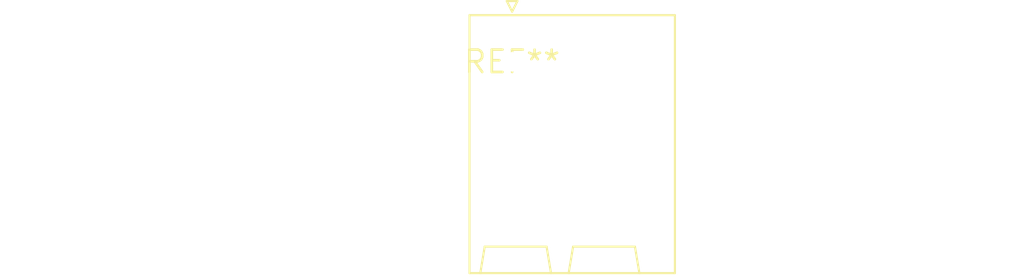
<source format=kicad_pcb>
(kicad_pcb (version 20240108) (generator pcbnew)
  (layers (0 "F.Cu" signal) (31 "B.Cu" signal) (34 "B.Paste" user) (35 "F.Paste" user) (36 "B.SilkS" user "B.Silkscreen") (37 "F.SilkS" user "F.Silkscreen") (38 "B.Mask" user) (39 "F.Mask" user) (44 "Edge.Cuts" user))
  (net 0 "")
  (footprint "PhoenixContact_SPT_2.5_2-H-5.0_1x02_P5.0mm_Horizontal" (layer "F.Cu") (at 0 0)
    (property "Reference" "REF**")
    (property "Value" "PhoenixContact_SPT_2.5_2-H-5.0_1x02_P5.0mm_Horizontal")
    (fp_line (start -2.41 -2.64) (end 9.21 -2.64) (layer "F.SilkS") (stroke (width 0.12)))
    (fp_line (start -2.41 11.98) (end -2.41 -2.64) (layer "F.SilkS") (stroke (width 0.12)))
    (fp_line (start -1.8 11.98) (end -1.55 10.48) (layer "F.SilkS") (stroke (width 0.12)))
    (fp_line (start -1.55 10.48) (end 1.95 10.48) (layer "F.SilkS") (stroke (width 0.12)))
    (fp_line (start -0.3 -3.44) (end 0 -2.84) (layer "F.SilkS") (stroke (width 0.12)))
    (fp_line (start -0.3 -3.44) (end 0.3 -3.44) (layer "F.SilkS") (stroke (width 0.12)))
    (fp_line (start 0.3 -3.44) (end 0 -2.84) (layer "F.SilkS") (stroke (width 0.12)))
    (fp_line (start 2.2 11.98) (end 1.95 10.48) (layer "F.SilkS") (stroke (width 0.12)))
    (fp_line (start 3.2 11.98) (end 3.45 10.48) (layer "F.SilkS") (stroke (width 0.12)))
    (fp_line (start 3.45 10.48) (end 6.95 10.48) (layer "F.SilkS") (stroke (width 0.12)))
    (fp_line (start 7.2 11.98) (end 6.95 10.48) (layer "F.SilkS") (stroke (width 0.12)))
    (fp_line (start 9.21 -2.64) (end 9.21 11.98) (layer "F.SilkS") (stroke (width 0.12)))
    (fp_line (start 9.21 11.98) (end -2.41 11.98) (layer "F.SilkS") (stroke (width 0.12)))
    (pad "1" thru_hole roundrect (at 0 0) (size 1.8 3.3) (drill 1.1) (layers *.Cu *.Mask) (remove_unused_layers) (roundrect_rratio 0.138889))
    (pad "1" thru_hole roundrect (at 0 8.2) (size 1.8 3.3) (drill 1.1) (layers *.Cu *.Mask) (remove_unused_layers) (roundrect_rratio 0.138889))
    (pad "2" thru_hole oval (at 5 0) (size 1.8 3.3) (drill 1.1) (layers *.Cu *.Mask) (remove_unused_layers))
    (pad "2" thru_hole oval (at 5 8.2) (size 1.8 3.3) (drill 1.1) (layers *.Cu *.Mask) (remove_unused_layers))
  )
)
</source>
